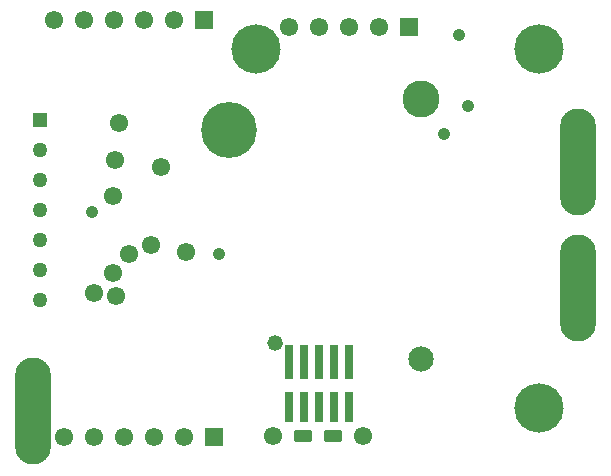
<source format=gbs>
G04 Layer_Color=16711935*
%FSLAX44Y44*%
%MOMM*%
G71*
G01*
G75*
%ADD200C,1.5508*%
%ADD201R,1.5508X1.5508*%
%ADD202C,4.1656*%
%ADD203C,4.7371*%
%ADD204R,1.2700X1.2700*%
%ADD205C,1.2700*%
%ADD206C,3.1369*%
%ADD207C,2.1368*%
G04:AMPARAMS|DCode=208|XSize=1.5508mm|YSize=1.0508mm|CornerRadius=0.2754mm|HoleSize=0mm|Usage=FLASHONLY|Rotation=180.000|XOffset=0mm|YOffset=0mm|HoleType=Round|Shape=RoundedRectangle|*
%AMROUNDEDRECTD208*
21,1,1.5508,0.5000,0,0,180.0*
21,1,1.0000,1.0508,0,0,180.0*
1,1,0.5508,-0.5000,0.2500*
1,1,0.5508,0.5000,0.2500*
1,1,0.5508,0.5000,-0.2500*
1,1,0.5508,-0.5000,-0.2500*
%
%ADD208ROUNDEDRECTD208*%
%ADD210R,0.7874X2.5508*%
%ADD211R,0.7874X2.8448*%
G04:AMPARAMS|DCode=212|XSize=1.0668mm|YSize=1.0668mm|CornerRadius=0.5334mm|HoleSize=0mm|Usage=FLASHONLY|Rotation=90.000|XOffset=0mm|YOffset=0mm|HoleType=Round|Shape=RoundedRectangle|*
%AMROUNDEDRECTD212*
21,1,1.0668,0.0000,0,0,90.0*
21,1,0.0000,1.0668,0,0,90.0*
1,1,1.0668,0.0000,0.0000*
1,1,1.0668,0.0000,0.0000*
1,1,1.0668,0.0000,0.0000*
1,1,1.0668,0.0000,0.0000*
%
%ADD212ROUNDEDRECTD212*%
G04:AMPARAMS|DCode=213|XSize=1.3208mm|YSize=1.3208mm|CornerRadius=0.6604mm|HoleSize=0mm|Usage=FLASHONLY|Rotation=90.000|XOffset=0mm|YOffset=0mm|HoleType=Round|Shape=RoundedRectangle|*
%AMROUNDEDRECTD213*
21,1,1.3208,0.0000,0,0,90.0*
21,1,0.0000,1.3208,0,0,90.0*
1,1,1.3208,0.0000,0.0000*
1,1,1.3208,0.0000,0.0000*
1,1,1.3208,0.0000,0.0000*
1,1,1.3208,0.0000,0.0000*
%
%ADD213ROUNDEDRECTD213*%
%ADD214O,3.0508X9.0508*%
D200*
X2533650Y787400D02*
D03*
X2508250D02*
D03*
X2482850D02*
D03*
X2457450D02*
D03*
X2266950Y440690D02*
D03*
X2292350D02*
D03*
X2317750D02*
D03*
X2343150D02*
D03*
X2368550D02*
D03*
X2310384Y675132D02*
D03*
X2308098Y644906D02*
D03*
X2349246Y669290D02*
D03*
X2313178Y706120D02*
D03*
X2340610Y603504D02*
D03*
X2321560Y595884D02*
D03*
X2308606Y579882D02*
D03*
X2292604Y562610D02*
D03*
X2370074Y597408D02*
D03*
X2311146Y559816D02*
D03*
X2258060Y793750D02*
D03*
X2283460D02*
D03*
X2308860D02*
D03*
X2334260D02*
D03*
X2359660D02*
D03*
X2443734Y441198D02*
D03*
X2519934D02*
D03*
D201*
X2559050Y787400D02*
D03*
X2393950Y440690D02*
D03*
X2385060Y793750D02*
D03*
D202*
X2429510Y769112D02*
D03*
X2669286Y465074D02*
D03*
Y769112D02*
D03*
D203*
X2406376Y700514D02*
D03*
D204*
X2246376Y708914D02*
D03*
D205*
Y556514D02*
D03*
Y581914D02*
D03*
Y683514D02*
D03*
Y658114D02*
D03*
Y632714D02*
D03*
Y607314D02*
D03*
D206*
X2569464Y727202D02*
D03*
D207*
Y506966D02*
D03*
D208*
X2469134Y441198D02*
D03*
X2494534D02*
D03*
D210*
X2507996Y465800D02*
D03*
X2495296D02*
D03*
X2482596D02*
D03*
X2469896D02*
D03*
X2457196D02*
D03*
D211*
X2507996Y504444D02*
D03*
X2495296D02*
D03*
X2482596D02*
D03*
X2469896D02*
D03*
X2457196D02*
D03*
D212*
X2609320Y721338D02*
D03*
X2601365Y781050D02*
D03*
X2588260Y697230D02*
D03*
X2290318Y630936D02*
D03*
X2397760Y595884D02*
D03*
D213*
X2445187Y520230D02*
D03*
D214*
X2701798Y673354D02*
D03*
X2702306Y567182D02*
D03*
X2240280Y462534D02*
D03*
M02*

</source>
